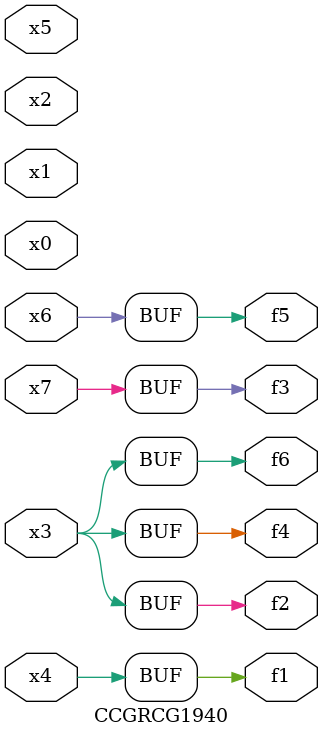
<source format=v>
module CCGRCG1940(
	input x0, x1, x2, x3, x4, x5, x6, x7,
	output f1, f2, f3, f4, f5, f6
);
	assign f1 = x4;
	assign f2 = x3;
	assign f3 = x7;
	assign f4 = x3;
	assign f5 = x6;
	assign f6 = x3;
endmodule

</source>
